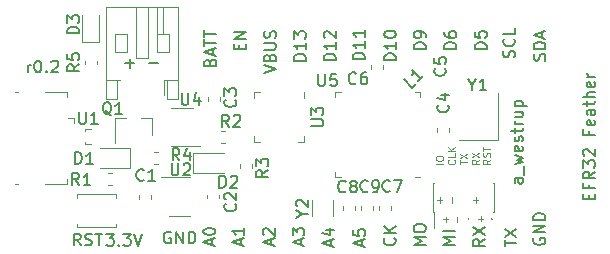
<source format=gbr>
G04 #@! TF.GenerationSoftware,KiCad,Pcbnew,5.1.2-f72e74a~84~ubuntu19.04.1*
G04 #@! TF.CreationDate,2019-06-07T10:09:53+02:00*
G04 #@! TF.ProjectId,efr32_feather,65667233-325f-4666-9561-746865722e6b,0.2*
G04 #@! TF.SameCoordinates,Original*
G04 #@! TF.FileFunction,Legend,Top*
G04 #@! TF.FilePolarity,Positive*
%FSLAX46Y46*%
G04 Gerber Fmt 4.6, Leading zero omitted, Abs format (unit mm)*
G04 Created by KiCad (PCBNEW 5.1.2-f72e74a~84~ubuntu19.04.1) date 2019-06-07 10:09:53*
%MOMM*%
%LPD*%
G04 APERTURE LIST*
%ADD10C,0.100000*%
%ADD11C,0.150000*%
%ADD12C,0.120000*%
G04 APERTURE END LIST*
D10*
X185126285Y-146621500D02*
X185154857Y-146592928D01*
X185183428Y-146621500D01*
X185154857Y-146650071D01*
X185126285Y-146621500D01*
X185183428Y-146621500D01*
X187094785Y-146621500D02*
X187123357Y-146592928D01*
X187151928Y-146621500D01*
X187123357Y-146650071D01*
X187094785Y-146621500D01*
X187151928Y-146621500D01*
X184192857Y-146913571D02*
X184192857Y-146456428D01*
X186224857Y-146850071D02*
X186224857Y-146392928D01*
X186453428Y-146621500D02*
X185996285Y-146621500D01*
X183240357Y-146913571D02*
X183240357Y-146456428D01*
X183468928Y-146685000D02*
X183011785Y-146685000D01*
X182732357Y-145262571D02*
X182732357Y-144805428D01*
X182960928Y-145034000D02*
X182503785Y-145034000D01*
X183748357Y-145262571D02*
X183748357Y-144805428D01*
X185780357Y-145262571D02*
X185780357Y-144805428D01*
X186008928Y-145034000D02*
X185551785Y-145034000D01*
X187024928Y-141616071D02*
X186739214Y-141816071D01*
X187024928Y-141958928D02*
X186424928Y-141958928D01*
X186424928Y-141730357D01*
X186453500Y-141673214D01*
X186482071Y-141644642D01*
X186539214Y-141616071D01*
X186624928Y-141616071D01*
X186682071Y-141644642D01*
X186710642Y-141673214D01*
X186739214Y-141730357D01*
X186739214Y-141958928D01*
X186996357Y-141387500D02*
X187024928Y-141301785D01*
X187024928Y-141158928D01*
X186996357Y-141101785D01*
X186967785Y-141073214D01*
X186910642Y-141044642D01*
X186853500Y-141044642D01*
X186796357Y-141073214D01*
X186767785Y-141101785D01*
X186739214Y-141158928D01*
X186710642Y-141273214D01*
X186682071Y-141330357D01*
X186653500Y-141358928D01*
X186596357Y-141387500D01*
X186539214Y-141387500D01*
X186482071Y-141358928D01*
X186453500Y-141330357D01*
X186424928Y-141273214D01*
X186424928Y-141130357D01*
X186453500Y-141044642D01*
X186424928Y-140873214D02*
X186424928Y-140530357D01*
X187024928Y-140701785D02*
X186424928Y-140701785D01*
X186072428Y-141641500D02*
X185786714Y-141841500D01*
X186072428Y-141984357D02*
X185472428Y-141984357D01*
X185472428Y-141755785D01*
X185501000Y-141698642D01*
X185529571Y-141670071D01*
X185586714Y-141641500D01*
X185672428Y-141641500D01*
X185729571Y-141670071D01*
X185758142Y-141698642D01*
X185786714Y-141755785D01*
X185786714Y-141984357D01*
X185472428Y-141441500D02*
X186072428Y-141041500D01*
X185472428Y-141041500D02*
X186072428Y-141441500D01*
X184456428Y-141998642D02*
X184456428Y-141655785D01*
X185056428Y-141827214D02*
X184456428Y-141827214D01*
X184456428Y-141512928D02*
X185056428Y-141112928D01*
X184456428Y-141112928D02*
X185056428Y-141512928D01*
X183983285Y-141644642D02*
X184011857Y-141673214D01*
X184040428Y-141758928D01*
X184040428Y-141816071D01*
X184011857Y-141901785D01*
X183954714Y-141958928D01*
X183897571Y-141987500D01*
X183783285Y-142016071D01*
X183697571Y-142016071D01*
X183583285Y-141987500D01*
X183526142Y-141958928D01*
X183469000Y-141901785D01*
X183440428Y-141816071D01*
X183440428Y-141758928D01*
X183469000Y-141673214D01*
X183497571Y-141644642D01*
X184040428Y-141101785D02*
X184040428Y-141387500D01*
X183440428Y-141387500D01*
X184040428Y-140901785D02*
X183440428Y-140901785D01*
X184040428Y-140558928D02*
X183697571Y-140816071D01*
X183440428Y-140558928D02*
X183783285Y-140901785D01*
X183024428Y-141982785D02*
X182424428Y-141982785D01*
X182424428Y-141582785D02*
X182424428Y-141468500D01*
X182453000Y-141411357D01*
X182510142Y-141354214D01*
X182624428Y-141325642D01*
X182824428Y-141325642D01*
X182938714Y-141354214D01*
X182995857Y-141411357D01*
X183024428Y-141468500D01*
X183024428Y-141582785D01*
X182995857Y-141639928D01*
X182938714Y-141697071D01*
X182824428Y-141725642D01*
X182624428Y-141725642D01*
X182510142Y-141697071D01*
X182453000Y-141639928D01*
X182424428Y-141582785D01*
D11*
X158178547Y-133484928D02*
X158940452Y-133484928D01*
X156146547Y-133484928D02*
X156908452Y-133484928D01*
X156527500Y-133865880D02*
X156527500Y-133103976D01*
X147868095Y-134242380D02*
X147868095Y-133575714D01*
X147868095Y-133766190D02*
X147915714Y-133670952D01*
X147963333Y-133623333D01*
X148058571Y-133575714D01*
X148153809Y-133575714D01*
X148677619Y-133242380D02*
X148772857Y-133242380D01*
X148868095Y-133290000D01*
X148915714Y-133337619D01*
X148963333Y-133432857D01*
X149010952Y-133623333D01*
X149010952Y-133861428D01*
X148963333Y-134051904D01*
X148915714Y-134147142D01*
X148868095Y-134194761D01*
X148772857Y-134242380D01*
X148677619Y-134242380D01*
X148582380Y-134194761D01*
X148534761Y-134147142D01*
X148487142Y-134051904D01*
X148439523Y-133861428D01*
X148439523Y-133623333D01*
X148487142Y-133432857D01*
X148534761Y-133337619D01*
X148582380Y-133290000D01*
X148677619Y-133242380D01*
X149439523Y-134147142D02*
X149487142Y-134194761D01*
X149439523Y-134242380D01*
X149391904Y-134194761D01*
X149439523Y-134147142D01*
X149439523Y-134242380D01*
X149868095Y-133337619D02*
X149915714Y-133290000D01*
X150010952Y-133242380D01*
X150249047Y-133242380D01*
X150344285Y-133290000D01*
X150391904Y-133337619D01*
X150439523Y-133432857D01*
X150439523Y-133528095D01*
X150391904Y-133670952D01*
X149820476Y-134242380D01*
X150439523Y-134242380D01*
X152352380Y-148882380D02*
X152019047Y-148406190D01*
X151780952Y-148882380D02*
X151780952Y-147882380D01*
X152161904Y-147882380D01*
X152257142Y-147930000D01*
X152304761Y-147977619D01*
X152352380Y-148072857D01*
X152352380Y-148215714D01*
X152304761Y-148310952D01*
X152257142Y-148358571D01*
X152161904Y-148406190D01*
X151780952Y-148406190D01*
X152733333Y-148834761D02*
X152876190Y-148882380D01*
X153114285Y-148882380D01*
X153209523Y-148834761D01*
X153257142Y-148787142D01*
X153304761Y-148691904D01*
X153304761Y-148596666D01*
X153257142Y-148501428D01*
X153209523Y-148453809D01*
X153114285Y-148406190D01*
X152923809Y-148358571D01*
X152828571Y-148310952D01*
X152780952Y-148263333D01*
X152733333Y-148168095D01*
X152733333Y-148072857D01*
X152780952Y-147977619D01*
X152828571Y-147930000D01*
X152923809Y-147882380D01*
X153161904Y-147882380D01*
X153304761Y-147930000D01*
X153590476Y-147882380D02*
X154161904Y-147882380D01*
X153876190Y-148882380D02*
X153876190Y-147882380D01*
X154533809Y-147912380D02*
X155152857Y-147912380D01*
X154819523Y-148293333D01*
X154962380Y-148293333D01*
X155057619Y-148340952D01*
X155105238Y-148388571D01*
X155152857Y-148483809D01*
X155152857Y-148721904D01*
X155105238Y-148817142D01*
X155057619Y-148864761D01*
X154962380Y-148912380D01*
X154676666Y-148912380D01*
X154581428Y-148864761D01*
X154533809Y-148817142D01*
X155581428Y-148817142D02*
X155629047Y-148864761D01*
X155581428Y-148912380D01*
X155533809Y-148864761D01*
X155581428Y-148817142D01*
X155581428Y-148912380D01*
X155962380Y-147912380D02*
X156581428Y-147912380D01*
X156248095Y-148293333D01*
X156390952Y-148293333D01*
X156486190Y-148340952D01*
X156533809Y-148388571D01*
X156581428Y-148483809D01*
X156581428Y-148721904D01*
X156533809Y-148817142D01*
X156486190Y-148864761D01*
X156390952Y-148912380D01*
X156105238Y-148912380D01*
X156010000Y-148864761D01*
X155962380Y-148817142D01*
X156867142Y-147912380D02*
X157200476Y-148912380D01*
X157533809Y-147912380D01*
X159958095Y-147760000D02*
X159862857Y-147712380D01*
X159720000Y-147712380D01*
X159577142Y-147760000D01*
X159481904Y-147855238D01*
X159434285Y-147950476D01*
X159386666Y-148140952D01*
X159386666Y-148283809D01*
X159434285Y-148474285D01*
X159481904Y-148569523D01*
X159577142Y-148664761D01*
X159720000Y-148712380D01*
X159815238Y-148712380D01*
X159958095Y-148664761D01*
X160005714Y-148617142D01*
X160005714Y-148283809D01*
X159815238Y-148283809D01*
X160434285Y-148712380D02*
X160434285Y-147712380D01*
X161005714Y-148712380D01*
X161005714Y-147712380D01*
X161481904Y-148712380D02*
X161481904Y-147712380D01*
X161720000Y-147712380D01*
X161862857Y-147760000D01*
X161958095Y-147855238D01*
X162005714Y-147950476D01*
X162053333Y-148140952D01*
X162053333Y-148283809D01*
X162005714Y-148474285D01*
X161958095Y-148569523D01*
X161862857Y-148664761D01*
X161720000Y-148712380D01*
X161481904Y-148712380D01*
X163456666Y-148864285D02*
X163456666Y-148388095D01*
X163742380Y-148959523D02*
X162742380Y-148626190D01*
X163742380Y-148292857D01*
X162742380Y-147769047D02*
X162742380Y-147673809D01*
X162790000Y-147578571D01*
X162837619Y-147530952D01*
X162932857Y-147483333D01*
X163123333Y-147435714D01*
X163361428Y-147435714D01*
X163551904Y-147483333D01*
X163647142Y-147530952D01*
X163694761Y-147578571D01*
X163742380Y-147673809D01*
X163742380Y-147769047D01*
X163694761Y-147864285D01*
X163647142Y-147911904D01*
X163551904Y-147959523D01*
X163361428Y-148007142D01*
X163123333Y-148007142D01*
X162932857Y-147959523D01*
X162837619Y-147911904D01*
X162790000Y-147864285D01*
X162742380Y-147769047D01*
X165916666Y-148834285D02*
X165916666Y-148358095D01*
X166202380Y-148929523D02*
X165202380Y-148596190D01*
X166202380Y-148262857D01*
X166202380Y-147405714D02*
X166202380Y-147977142D01*
X166202380Y-147691428D02*
X165202380Y-147691428D01*
X165345238Y-147786666D01*
X165440476Y-147881904D01*
X165488095Y-147977142D01*
X168486666Y-148864285D02*
X168486666Y-148388095D01*
X168772380Y-148959523D02*
X167772380Y-148626190D01*
X168772380Y-148292857D01*
X167867619Y-148007142D02*
X167820000Y-147959523D01*
X167772380Y-147864285D01*
X167772380Y-147626190D01*
X167820000Y-147530952D01*
X167867619Y-147483333D01*
X167962857Y-147435714D01*
X168058095Y-147435714D01*
X168200952Y-147483333D01*
X168772380Y-148054761D01*
X168772380Y-147435714D01*
X171006666Y-148854285D02*
X171006666Y-148378095D01*
X171292380Y-148949523D02*
X170292380Y-148616190D01*
X171292380Y-148282857D01*
X170292380Y-148044761D02*
X170292380Y-147425714D01*
X170673333Y-147759047D01*
X170673333Y-147616190D01*
X170720952Y-147520952D01*
X170768571Y-147473333D01*
X170863809Y-147425714D01*
X171101904Y-147425714D01*
X171197142Y-147473333D01*
X171244761Y-147520952D01*
X171292380Y-147616190D01*
X171292380Y-147901904D01*
X171244761Y-147997142D01*
X171197142Y-148044761D01*
X173526666Y-148894285D02*
X173526666Y-148418095D01*
X173812380Y-148989523D02*
X172812380Y-148656190D01*
X173812380Y-148322857D01*
X173145714Y-147560952D02*
X173812380Y-147560952D01*
X172764761Y-147799047D02*
X173479047Y-148037142D01*
X173479047Y-147418095D01*
X176146666Y-148934285D02*
X176146666Y-148458095D01*
X176432380Y-149029523D02*
X175432380Y-148696190D01*
X176432380Y-148362857D01*
X175432380Y-147553333D02*
X175432380Y-148029523D01*
X175908571Y-148077142D01*
X175860952Y-148029523D01*
X175813333Y-147934285D01*
X175813333Y-147696190D01*
X175860952Y-147600952D01*
X175908571Y-147553333D01*
X176003809Y-147505714D01*
X176241904Y-147505714D01*
X176337142Y-147553333D01*
X176384761Y-147600952D01*
X176432380Y-147696190D01*
X176432380Y-147934285D01*
X176384761Y-148029523D01*
X176337142Y-148077142D01*
X178919142Y-148272476D02*
X178966761Y-148320095D01*
X179014380Y-148462952D01*
X179014380Y-148558190D01*
X178966761Y-148701047D01*
X178871523Y-148796285D01*
X178776285Y-148843904D01*
X178585809Y-148891523D01*
X178442952Y-148891523D01*
X178252476Y-148843904D01*
X178157238Y-148796285D01*
X178062000Y-148701047D01*
X178014380Y-148558190D01*
X178014380Y-148462952D01*
X178062000Y-148320095D01*
X178109619Y-148272476D01*
X179014380Y-147843904D02*
X178014380Y-147843904D01*
X179014380Y-147272476D02*
X178442952Y-147701047D01*
X178014380Y-147272476D02*
X178585809Y-147843904D01*
X181554380Y-148867142D02*
X180554380Y-148867142D01*
X181268666Y-148533809D01*
X180554380Y-148200476D01*
X181554380Y-148200476D01*
X180554380Y-147533809D02*
X180554380Y-147343333D01*
X180602000Y-147248095D01*
X180697238Y-147152857D01*
X180887714Y-147105238D01*
X181221047Y-147105238D01*
X181411523Y-147152857D01*
X181506761Y-147248095D01*
X181554380Y-147343333D01*
X181554380Y-147533809D01*
X181506761Y-147629047D01*
X181411523Y-147724285D01*
X181221047Y-147771904D01*
X180887714Y-147771904D01*
X180697238Y-147724285D01*
X180602000Y-147629047D01*
X180554380Y-147533809D01*
X184030880Y-148843928D02*
X183030880Y-148843928D01*
X183745166Y-148510595D01*
X183030880Y-148177261D01*
X184030880Y-148177261D01*
X184030880Y-147701071D02*
X183030880Y-147701071D01*
X186572380Y-148356666D02*
X186096190Y-148690000D01*
X186572380Y-148928095D02*
X185572380Y-148928095D01*
X185572380Y-148547142D01*
X185620000Y-148451904D01*
X185667619Y-148404285D01*
X185762857Y-148356666D01*
X185905714Y-148356666D01*
X186000952Y-148404285D01*
X186048571Y-148451904D01*
X186096190Y-148547142D01*
X186096190Y-148928095D01*
X185572380Y-148023333D02*
X186572380Y-147356666D01*
X185572380Y-147356666D02*
X186572380Y-148023333D01*
X188242380Y-148981904D02*
X188242380Y-148410476D01*
X189242380Y-148696190D02*
X188242380Y-148696190D01*
X188242380Y-148172380D02*
X189242380Y-147505714D01*
X188242380Y-147505714D02*
X189242380Y-148172380D01*
X190730000Y-148271904D02*
X190682380Y-148367142D01*
X190682380Y-148510000D01*
X190730000Y-148652857D01*
X190825238Y-148748095D01*
X190920476Y-148795714D01*
X191110952Y-148843333D01*
X191253809Y-148843333D01*
X191444285Y-148795714D01*
X191539523Y-148748095D01*
X191634761Y-148652857D01*
X191682380Y-148510000D01*
X191682380Y-148414761D01*
X191634761Y-148271904D01*
X191587142Y-148224285D01*
X191253809Y-148224285D01*
X191253809Y-148414761D01*
X191682380Y-147795714D02*
X190682380Y-147795714D01*
X191682380Y-147224285D01*
X190682380Y-147224285D01*
X191682380Y-146748095D02*
X190682380Y-146748095D01*
X190682380Y-146510000D01*
X190730000Y-146367142D01*
X190825238Y-146271904D01*
X190920476Y-146224285D01*
X191110952Y-146176666D01*
X191253809Y-146176666D01*
X191444285Y-146224285D01*
X191539523Y-146271904D01*
X191634761Y-146367142D01*
X191682380Y-146510000D01*
X191682380Y-146748095D01*
X191644761Y-133234285D02*
X191692380Y-133091428D01*
X191692380Y-132853333D01*
X191644761Y-132758095D01*
X191597142Y-132710476D01*
X191501904Y-132662857D01*
X191406666Y-132662857D01*
X191311428Y-132710476D01*
X191263809Y-132758095D01*
X191216190Y-132853333D01*
X191168571Y-133043809D01*
X191120952Y-133139047D01*
X191073333Y-133186666D01*
X190978095Y-133234285D01*
X190882857Y-133234285D01*
X190787619Y-133186666D01*
X190740000Y-133139047D01*
X190692380Y-133043809D01*
X190692380Y-132805714D01*
X190740000Y-132662857D01*
X191692380Y-132234285D02*
X190692380Y-132234285D01*
X190692380Y-131996190D01*
X190740000Y-131853333D01*
X190835238Y-131758095D01*
X190930476Y-131710476D01*
X191120952Y-131662857D01*
X191263809Y-131662857D01*
X191454285Y-131710476D01*
X191549523Y-131758095D01*
X191644761Y-131853333D01*
X191692380Y-131996190D01*
X191692380Y-132234285D01*
X191406666Y-131281904D02*
X191406666Y-130805714D01*
X191692380Y-131377142D02*
X190692380Y-131043809D01*
X191692380Y-130710476D01*
X189064761Y-132970476D02*
X189112380Y-132827619D01*
X189112380Y-132589523D01*
X189064761Y-132494285D01*
X189017142Y-132446666D01*
X188921904Y-132399047D01*
X188826666Y-132399047D01*
X188731428Y-132446666D01*
X188683809Y-132494285D01*
X188636190Y-132589523D01*
X188588571Y-132780000D01*
X188540952Y-132875238D01*
X188493333Y-132922857D01*
X188398095Y-132970476D01*
X188302857Y-132970476D01*
X188207619Y-132922857D01*
X188160000Y-132875238D01*
X188112380Y-132780000D01*
X188112380Y-132541904D01*
X188160000Y-132399047D01*
X189017142Y-131399047D02*
X189064761Y-131446666D01*
X189112380Y-131589523D01*
X189112380Y-131684761D01*
X189064761Y-131827619D01*
X188969523Y-131922857D01*
X188874285Y-131970476D01*
X188683809Y-132018095D01*
X188540952Y-132018095D01*
X188350476Y-131970476D01*
X188255238Y-131922857D01*
X188160000Y-131827619D01*
X188112380Y-131684761D01*
X188112380Y-131589523D01*
X188160000Y-131446666D01*
X188207619Y-131399047D01*
X189112380Y-130494285D02*
X189112380Y-130970476D01*
X188112380Y-130970476D01*
X186712380Y-132278095D02*
X185712380Y-132278095D01*
X185712380Y-132040000D01*
X185760000Y-131897142D01*
X185855238Y-131801904D01*
X185950476Y-131754285D01*
X186140952Y-131706666D01*
X186283809Y-131706666D01*
X186474285Y-131754285D01*
X186569523Y-131801904D01*
X186664761Y-131897142D01*
X186712380Y-132040000D01*
X186712380Y-132278095D01*
X185712380Y-130801904D02*
X185712380Y-131278095D01*
X186188571Y-131325714D01*
X186140952Y-131278095D01*
X186093333Y-131182857D01*
X186093333Y-130944761D01*
X186140952Y-130849523D01*
X186188571Y-130801904D01*
X186283809Y-130754285D01*
X186521904Y-130754285D01*
X186617142Y-130801904D01*
X186664761Y-130849523D01*
X186712380Y-130944761D01*
X186712380Y-131182857D01*
X186664761Y-131278095D01*
X186617142Y-131325714D01*
X184142380Y-132258095D02*
X183142380Y-132258095D01*
X183142380Y-132020000D01*
X183190000Y-131877142D01*
X183285238Y-131781904D01*
X183380476Y-131734285D01*
X183570952Y-131686666D01*
X183713809Y-131686666D01*
X183904285Y-131734285D01*
X183999523Y-131781904D01*
X184094761Y-131877142D01*
X184142380Y-132020000D01*
X184142380Y-132258095D01*
X183142380Y-130829523D02*
X183142380Y-131020000D01*
X183190000Y-131115238D01*
X183237619Y-131162857D01*
X183380476Y-131258095D01*
X183570952Y-131305714D01*
X183951904Y-131305714D01*
X184047142Y-131258095D01*
X184094761Y-131210476D01*
X184142380Y-131115238D01*
X184142380Y-130924761D01*
X184094761Y-130829523D01*
X184047142Y-130781904D01*
X183951904Y-130734285D01*
X183713809Y-130734285D01*
X183618571Y-130781904D01*
X183570952Y-130829523D01*
X183523333Y-130924761D01*
X183523333Y-131115238D01*
X183570952Y-131210476D01*
X183618571Y-131258095D01*
X183713809Y-131305714D01*
X181552380Y-132278095D02*
X180552380Y-132278095D01*
X180552380Y-132040000D01*
X180600000Y-131897142D01*
X180695238Y-131801904D01*
X180790476Y-131754285D01*
X180980952Y-131706666D01*
X181123809Y-131706666D01*
X181314285Y-131754285D01*
X181409523Y-131801904D01*
X181504761Y-131897142D01*
X181552380Y-132040000D01*
X181552380Y-132278095D01*
X181552380Y-131230476D02*
X181552380Y-131040000D01*
X181504761Y-130944761D01*
X181457142Y-130897142D01*
X181314285Y-130801904D01*
X181123809Y-130754285D01*
X180742857Y-130754285D01*
X180647619Y-130801904D01*
X180600000Y-130849523D01*
X180552380Y-130944761D01*
X180552380Y-131135238D01*
X180600000Y-131230476D01*
X180647619Y-131278095D01*
X180742857Y-131325714D01*
X180980952Y-131325714D01*
X181076190Y-131278095D01*
X181123809Y-131230476D01*
X181171428Y-131135238D01*
X181171428Y-130944761D01*
X181123809Y-130849523D01*
X181076190Y-130801904D01*
X180980952Y-130754285D01*
X179052380Y-133204285D02*
X178052380Y-133204285D01*
X178052380Y-132966190D01*
X178100000Y-132823333D01*
X178195238Y-132728095D01*
X178290476Y-132680476D01*
X178480952Y-132632857D01*
X178623809Y-132632857D01*
X178814285Y-132680476D01*
X178909523Y-132728095D01*
X179004761Y-132823333D01*
X179052380Y-132966190D01*
X179052380Y-133204285D01*
X179052380Y-131680476D02*
X179052380Y-132251904D01*
X179052380Y-131966190D02*
X178052380Y-131966190D01*
X178195238Y-132061428D01*
X178290476Y-132156666D01*
X178338095Y-132251904D01*
X178052380Y-131061428D02*
X178052380Y-130966190D01*
X178100000Y-130870952D01*
X178147619Y-130823333D01*
X178242857Y-130775714D01*
X178433333Y-130728095D01*
X178671428Y-130728095D01*
X178861904Y-130775714D01*
X178957142Y-130823333D01*
X179004761Y-130870952D01*
X179052380Y-130966190D01*
X179052380Y-131061428D01*
X179004761Y-131156666D01*
X178957142Y-131204285D01*
X178861904Y-131251904D01*
X178671428Y-131299523D01*
X178433333Y-131299523D01*
X178242857Y-131251904D01*
X178147619Y-131204285D01*
X178100000Y-131156666D01*
X178052380Y-131061428D01*
X176382380Y-133134285D02*
X175382380Y-133134285D01*
X175382380Y-132896190D01*
X175430000Y-132753333D01*
X175525238Y-132658095D01*
X175620476Y-132610476D01*
X175810952Y-132562857D01*
X175953809Y-132562857D01*
X176144285Y-132610476D01*
X176239523Y-132658095D01*
X176334761Y-132753333D01*
X176382380Y-132896190D01*
X176382380Y-133134285D01*
X176382380Y-131610476D02*
X176382380Y-132181904D01*
X176382380Y-131896190D02*
X175382380Y-131896190D01*
X175525238Y-131991428D01*
X175620476Y-132086666D01*
X175668095Y-132181904D01*
X176382380Y-130658095D02*
X176382380Y-131229523D01*
X176382380Y-130943809D02*
X175382380Y-130943809D01*
X175525238Y-131039047D01*
X175620476Y-131134285D01*
X175668095Y-131229523D01*
X173932380Y-133224285D02*
X172932380Y-133224285D01*
X172932380Y-132986190D01*
X172980000Y-132843333D01*
X173075238Y-132748095D01*
X173170476Y-132700476D01*
X173360952Y-132652857D01*
X173503809Y-132652857D01*
X173694285Y-132700476D01*
X173789523Y-132748095D01*
X173884761Y-132843333D01*
X173932380Y-132986190D01*
X173932380Y-133224285D01*
X173932380Y-131700476D02*
X173932380Y-132271904D01*
X173932380Y-131986190D02*
X172932380Y-131986190D01*
X173075238Y-132081428D01*
X173170476Y-132176666D01*
X173218095Y-132271904D01*
X173027619Y-131319523D02*
X172980000Y-131271904D01*
X172932380Y-131176666D01*
X172932380Y-130938571D01*
X172980000Y-130843333D01*
X173027619Y-130795714D01*
X173122857Y-130748095D01*
X173218095Y-130748095D01*
X173360952Y-130795714D01*
X173932380Y-131367142D01*
X173932380Y-130748095D01*
X171402380Y-133234285D02*
X170402380Y-133234285D01*
X170402380Y-132996190D01*
X170450000Y-132853333D01*
X170545238Y-132758095D01*
X170640476Y-132710476D01*
X170830952Y-132662857D01*
X170973809Y-132662857D01*
X171164285Y-132710476D01*
X171259523Y-132758095D01*
X171354761Y-132853333D01*
X171402380Y-132996190D01*
X171402380Y-133234285D01*
X171402380Y-131710476D02*
X171402380Y-132281904D01*
X171402380Y-131996190D02*
X170402380Y-131996190D01*
X170545238Y-132091428D01*
X170640476Y-132186666D01*
X170688095Y-132281904D01*
X170402380Y-131377142D02*
X170402380Y-130758095D01*
X170783333Y-131091428D01*
X170783333Y-130948571D01*
X170830952Y-130853333D01*
X170878571Y-130805714D01*
X170973809Y-130758095D01*
X171211904Y-130758095D01*
X171307142Y-130805714D01*
X171354761Y-130853333D01*
X171402380Y-130948571D01*
X171402380Y-131234285D01*
X171354761Y-131329523D01*
X171307142Y-131377142D01*
X167882380Y-134313333D02*
X168882380Y-133980000D01*
X167882380Y-133646666D01*
X168358571Y-132980000D02*
X168406190Y-132837142D01*
X168453809Y-132789523D01*
X168549047Y-132741904D01*
X168691904Y-132741904D01*
X168787142Y-132789523D01*
X168834761Y-132837142D01*
X168882380Y-132932380D01*
X168882380Y-133313333D01*
X167882380Y-133313333D01*
X167882380Y-132980000D01*
X167930000Y-132884761D01*
X167977619Y-132837142D01*
X168072857Y-132789523D01*
X168168095Y-132789523D01*
X168263333Y-132837142D01*
X168310952Y-132884761D01*
X168358571Y-132980000D01*
X168358571Y-133313333D01*
X167882380Y-132313333D02*
X168691904Y-132313333D01*
X168787142Y-132265714D01*
X168834761Y-132218095D01*
X168882380Y-132122857D01*
X168882380Y-131932380D01*
X168834761Y-131837142D01*
X168787142Y-131789523D01*
X168691904Y-131741904D01*
X167882380Y-131741904D01*
X168834761Y-131313333D02*
X168882380Y-131170476D01*
X168882380Y-130932380D01*
X168834761Y-130837142D01*
X168787142Y-130789523D01*
X168691904Y-130741904D01*
X168596666Y-130741904D01*
X168501428Y-130789523D01*
X168453809Y-130837142D01*
X168406190Y-130932380D01*
X168358571Y-131122857D01*
X168310952Y-131218095D01*
X168263333Y-131265714D01*
X168168095Y-131313333D01*
X168072857Y-131313333D01*
X167977619Y-131265714D01*
X167930000Y-131218095D01*
X167882380Y-131122857D01*
X167882380Y-130884761D01*
X167930000Y-130741904D01*
X165798571Y-132278095D02*
X165798571Y-131944761D01*
X166322380Y-131801904D02*
X166322380Y-132278095D01*
X165322380Y-132278095D01*
X165322380Y-131801904D01*
X166322380Y-131373333D02*
X165322380Y-131373333D01*
X166322380Y-130801904D01*
X165322380Y-130801904D01*
X163298571Y-133389047D02*
X163346190Y-133246190D01*
X163393809Y-133198571D01*
X163489047Y-133150952D01*
X163631904Y-133150952D01*
X163727142Y-133198571D01*
X163774761Y-133246190D01*
X163822380Y-133341428D01*
X163822380Y-133722380D01*
X162822380Y-133722380D01*
X162822380Y-133389047D01*
X162870000Y-133293809D01*
X162917619Y-133246190D01*
X163012857Y-133198571D01*
X163108095Y-133198571D01*
X163203333Y-133246190D01*
X163250952Y-133293809D01*
X163298571Y-133389047D01*
X163298571Y-133722380D01*
X163536666Y-132770000D02*
X163536666Y-132293809D01*
X163822380Y-132865238D02*
X162822380Y-132531904D01*
X163822380Y-132198571D01*
X162822380Y-132008095D02*
X162822380Y-131436666D01*
X163822380Y-131722380D02*
X162822380Y-131722380D01*
X162822380Y-131246190D02*
X162822380Y-130674761D01*
X163822380Y-130960476D02*
X162822380Y-130960476D01*
X189772380Y-143173809D02*
X189248571Y-143173809D01*
X189153333Y-143221428D01*
X189105714Y-143316666D01*
X189105714Y-143507142D01*
X189153333Y-143602380D01*
X189724761Y-143173809D02*
X189772380Y-143269047D01*
X189772380Y-143507142D01*
X189724761Y-143602380D01*
X189629523Y-143650000D01*
X189534285Y-143650000D01*
X189439047Y-143602380D01*
X189391428Y-143507142D01*
X189391428Y-143269047D01*
X189343809Y-143173809D01*
X189867619Y-142935714D02*
X189867619Y-142173809D01*
X189105714Y-142030952D02*
X189772380Y-141840476D01*
X189296190Y-141650000D01*
X189772380Y-141459523D01*
X189105714Y-141269047D01*
X189724761Y-140507142D02*
X189772380Y-140602380D01*
X189772380Y-140792857D01*
X189724761Y-140888095D01*
X189629523Y-140935714D01*
X189248571Y-140935714D01*
X189153333Y-140888095D01*
X189105714Y-140792857D01*
X189105714Y-140602380D01*
X189153333Y-140507142D01*
X189248571Y-140459523D01*
X189343809Y-140459523D01*
X189439047Y-140935714D01*
X189724761Y-140078571D02*
X189772380Y-139983333D01*
X189772380Y-139792857D01*
X189724761Y-139697619D01*
X189629523Y-139650000D01*
X189581904Y-139650000D01*
X189486666Y-139697619D01*
X189439047Y-139792857D01*
X189439047Y-139935714D01*
X189391428Y-140030952D01*
X189296190Y-140078571D01*
X189248571Y-140078571D01*
X189153333Y-140030952D01*
X189105714Y-139935714D01*
X189105714Y-139792857D01*
X189153333Y-139697619D01*
X189105714Y-139364285D02*
X189105714Y-138983333D01*
X188772380Y-139221428D02*
X189629523Y-139221428D01*
X189724761Y-139173809D01*
X189772380Y-139078571D01*
X189772380Y-138983333D01*
X189772380Y-138650000D02*
X189105714Y-138650000D01*
X189296190Y-138650000D02*
X189200952Y-138602380D01*
X189153333Y-138554761D01*
X189105714Y-138459523D01*
X189105714Y-138364285D01*
X189105714Y-137602380D02*
X189772380Y-137602380D01*
X189105714Y-138030952D02*
X189629523Y-138030952D01*
X189724761Y-137983333D01*
X189772380Y-137888095D01*
X189772380Y-137745238D01*
X189724761Y-137650000D01*
X189677142Y-137602380D01*
X189105714Y-137126190D02*
X190105714Y-137126190D01*
X189153333Y-137126190D02*
X189105714Y-137030952D01*
X189105714Y-136840476D01*
X189153333Y-136745238D01*
X189200952Y-136697619D01*
X189296190Y-136650000D01*
X189581904Y-136650000D01*
X189677142Y-136697619D01*
X189724761Y-136745238D01*
X189772380Y-136840476D01*
X189772380Y-137030952D01*
X189724761Y-137126190D01*
X195378571Y-144971904D02*
X195378571Y-144638571D01*
X195902380Y-144495714D02*
X195902380Y-144971904D01*
X194902380Y-144971904D01*
X194902380Y-144495714D01*
X195378571Y-143733809D02*
X195378571Y-144067142D01*
X195902380Y-144067142D02*
X194902380Y-144067142D01*
X194902380Y-143590952D01*
X195902380Y-142638571D02*
X195426190Y-142971904D01*
X195902380Y-143210000D02*
X194902380Y-143210000D01*
X194902380Y-142829047D01*
X194950000Y-142733809D01*
X194997619Y-142686190D01*
X195092857Y-142638571D01*
X195235714Y-142638571D01*
X195330952Y-142686190D01*
X195378571Y-142733809D01*
X195426190Y-142829047D01*
X195426190Y-143210000D01*
X194902380Y-142305238D02*
X194902380Y-141686190D01*
X195283333Y-142019523D01*
X195283333Y-141876666D01*
X195330952Y-141781428D01*
X195378571Y-141733809D01*
X195473809Y-141686190D01*
X195711904Y-141686190D01*
X195807142Y-141733809D01*
X195854761Y-141781428D01*
X195902380Y-141876666D01*
X195902380Y-142162380D01*
X195854761Y-142257619D01*
X195807142Y-142305238D01*
X194997619Y-141305238D02*
X194950000Y-141257619D01*
X194902380Y-141162380D01*
X194902380Y-140924285D01*
X194950000Y-140829047D01*
X194997619Y-140781428D01*
X195092857Y-140733809D01*
X195188095Y-140733809D01*
X195330952Y-140781428D01*
X195902380Y-141352857D01*
X195902380Y-140733809D01*
X195378571Y-139210000D02*
X195378571Y-139543333D01*
X195902380Y-139543333D02*
X194902380Y-139543333D01*
X194902380Y-139067142D01*
X195854761Y-138305238D02*
X195902380Y-138400476D01*
X195902380Y-138590952D01*
X195854761Y-138686190D01*
X195759523Y-138733809D01*
X195378571Y-138733809D01*
X195283333Y-138686190D01*
X195235714Y-138590952D01*
X195235714Y-138400476D01*
X195283333Y-138305238D01*
X195378571Y-138257619D01*
X195473809Y-138257619D01*
X195569047Y-138733809D01*
X195902380Y-137400476D02*
X195378571Y-137400476D01*
X195283333Y-137448095D01*
X195235714Y-137543333D01*
X195235714Y-137733809D01*
X195283333Y-137829047D01*
X195854761Y-137400476D02*
X195902380Y-137495714D01*
X195902380Y-137733809D01*
X195854761Y-137829047D01*
X195759523Y-137876666D01*
X195664285Y-137876666D01*
X195569047Y-137829047D01*
X195521428Y-137733809D01*
X195521428Y-137495714D01*
X195473809Y-137400476D01*
X195235714Y-137067142D02*
X195235714Y-136686190D01*
X194902380Y-136924285D02*
X195759523Y-136924285D01*
X195854761Y-136876666D01*
X195902380Y-136781428D01*
X195902380Y-136686190D01*
X195902380Y-136352857D02*
X194902380Y-136352857D01*
X195902380Y-135924285D02*
X195378571Y-135924285D01*
X195283333Y-135971904D01*
X195235714Y-136067142D01*
X195235714Y-136210000D01*
X195283333Y-136305238D01*
X195330952Y-136352857D01*
X195854761Y-135067142D02*
X195902380Y-135162380D01*
X195902380Y-135352857D01*
X195854761Y-135448095D01*
X195759523Y-135495714D01*
X195378571Y-135495714D01*
X195283333Y-135448095D01*
X195235714Y-135352857D01*
X195235714Y-135162380D01*
X195283333Y-135067142D01*
X195378571Y-135019523D01*
X195473809Y-135019523D01*
X195569047Y-135495714D01*
X195902380Y-134590952D02*
X195235714Y-134590952D01*
X195426190Y-134590952D02*
X195330952Y-134543333D01*
X195283333Y-134495714D01*
X195235714Y-134400476D01*
X195235714Y-134305238D01*
D12*
X153260000Y-140300000D02*
X152710000Y-140300000D01*
X152710000Y-140300000D02*
X152710000Y-140100000D01*
X153260000Y-139000000D02*
X152710000Y-139000000D01*
X152710000Y-139000000D02*
X152710000Y-139200000D01*
X171240000Y-136395000D02*
X171240000Y-135920000D01*
X167020000Y-140140000D02*
X167495000Y-140140000D01*
X167020000Y-139665000D02*
X167020000Y-140140000D01*
X167020000Y-135920000D02*
X167495000Y-135920000D01*
X167020000Y-136395000D02*
X167020000Y-135920000D01*
X171240000Y-140140000D02*
X170765000Y-140140000D01*
X171240000Y-139665000D02*
X171240000Y-140140000D01*
X155370000Y-144570000D02*
X155370000Y-144870000D01*
X152070000Y-144570000D02*
X155370000Y-144570000D01*
X152070000Y-144870000D02*
X152070000Y-144570000D01*
X155370000Y-147370000D02*
X155370000Y-147070000D01*
X152070000Y-147370000D02*
X155370000Y-147370000D01*
X152070000Y-147070000D02*
X152070000Y-147370000D01*
X187260000Y-143615000D02*
X187310000Y-143615000D01*
X187260000Y-146035000D02*
X187310000Y-146035000D01*
X182190000Y-143615000D02*
X182240000Y-143615000D01*
X182190000Y-146035000D02*
X182240000Y-146035000D01*
X182240000Y-147415000D02*
X182240000Y-146035000D01*
X187310000Y-146035000D02*
X187310000Y-143615000D01*
X182190000Y-146035000D02*
X182190000Y-143615000D01*
X161900000Y-141050000D02*
X164450000Y-141050000D01*
X161900000Y-142750000D02*
X164450000Y-142750000D01*
X161900000Y-141050000D02*
X161900000Y-142750000D01*
X159410000Y-134910000D02*
X159410000Y-136125000D01*
X159350000Y-130950000D02*
X159350000Y-128690000D01*
X158850000Y-130950000D02*
X158850000Y-128690000D01*
X156250000Y-132550000D02*
X155250000Y-132550000D01*
X156250000Y-130950000D02*
X156250000Y-132550000D01*
X155250000Y-130950000D02*
X156250000Y-130950000D01*
X155250000Y-132550000D02*
X155250000Y-130950000D01*
X158850000Y-132550000D02*
X159850000Y-132550000D01*
X158850000Y-130950000D02*
X158850000Y-132550000D01*
X159850000Y-130950000D02*
X158850000Y-130950000D01*
X159850000Y-132550000D02*
X159850000Y-130950000D01*
X154490000Y-134910000D02*
X155410000Y-134910000D01*
X160610000Y-134910000D02*
X159690000Y-134910000D01*
X157050000Y-133050000D02*
X157050000Y-128690000D01*
X158050000Y-133050000D02*
X157050000Y-133050000D01*
X158050000Y-128690000D02*
X158050000Y-133050000D01*
X155410000Y-134910000D02*
X155690000Y-134910000D01*
X155410000Y-136510000D02*
X155410000Y-134910000D01*
X154490000Y-136510000D02*
X155410000Y-136510000D01*
X154490000Y-128690000D02*
X154490000Y-136510000D01*
X160610000Y-128690000D02*
X154490000Y-128690000D01*
X160610000Y-136510000D02*
X160610000Y-128690000D01*
X159690000Y-136510000D02*
X160610000Y-136510000D01*
X159690000Y-134910000D02*
X159690000Y-136510000D01*
X159410000Y-134910000D02*
X159690000Y-134910000D01*
X180635000Y-143110000D02*
X181110000Y-143110000D01*
X173890000Y-135890000D02*
X173890000Y-136365000D01*
X174365000Y-135890000D02*
X173890000Y-135890000D01*
X181110000Y-135890000D02*
X181110000Y-136365000D01*
X180635000Y-135890000D02*
X181110000Y-135890000D01*
X173890000Y-143110000D02*
X173890000Y-142635000D01*
X174365000Y-143110000D02*
X173890000Y-143110000D01*
X158390000Y-138070000D02*
X158390000Y-139530000D01*
X155230000Y-138070000D02*
X155230000Y-140230000D01*
X155230000Y-138070000D02*
X156160000Y-138070000D01*
X158390000Y-138070000D02*
X157460000Y-138070000D01*
X166890000Y-142312779D02*
X166890000Y-141987221D01*
X165870000Y-142312779D02*
X165870000Y-141987221D01*
X160020000Y-140490000D02*
X162470000Y-140490000D01*
X161820000Y-137270000D02*
X160020000Y-137270000D01*
X158862779Y-140990000D02*
X158537221Y-140990000D01*
X158862779Y-142010000D02*
X158537221Y-142010000D01*
X153710000Y-133562779D02*
X153710000Y-133237221D01*
X152690000Y-133562779D02*
X152690000Y-133237221D01*
X154637221Y-143810000D02*
X154962779Y-143810000D01*
X154637221Y-142790000D02*
X154962779Y-142790000D01*
X153935000Y-131685000D02*
X153935000Y-129400000D01*
X152465000Y-131685000D02*
X153935000Y-131685000D01*
X152465000Y-129400000D02*
X152465000Y-131685000D01*
X156500000Y-142350000D02*
X153950000Y-142350000D01*
X156500000Y-140650000D02*
X153950000Y-140650000D01*
X156500000Y-142350000D02*
X156500000Y-140650000D01*
X164180000Y-136672779D02*
X164180000Y-136347221D01*
X163160000Y-136672779D02*
X163160000Y-136347221D01*
X187650000Y-140000000D02*
X187650000Y-136000000D01*
X184350000Y-140000000D02*
X187650000Y-140000000D01*
X173675000Y-145025000D02*
X173675000Y-146375000D01*
X171925000Y-145025000D02*
X171925000Y-146375000D01*
X164237221Y-140260000D02*
X164562779Y-140260000D01*
X164237221Y-139240000D02*
X164562779Y-139240000D01*
X161600000Y-143140000D02*
X159150000Y-143140000D01*
X159800000Y-146360000D02*
X161600000Y-146360000D01*
X163040000Y-144587221D02*
X163040000Y-144912779D01*
X164060000Y-144587221D02*
X164060000Y-144912779D01*
X157290000Y-144637221D02*
X157290000Y-144962779D01*
X158310000Y-144637221D02*
X158310000Y-144962779D01*
X177990000Y-133962779D02*
X177990000Y-133637221D01*
X176970000Y-133962779D02*
X176970000Y-133637221D01*
X182490000Y-138937221D02*
X182490000Y-139262779D01*
X183510000Y-138937221D02*
X183510000Y-139262779D01*
X177110000Y-145872779D02*
X177110000Y-145547221D01*
X176090000Y-145872779D02*
X176090000Y-145547221D01*
X174590000Y-145537221D02*
X174590000Y-145862779D01*
X175610000Y-145537221D02*
X175610000Y-145862779D01*
X177590000Y-145537221D02*
X177590000Y-145862779D01*
X178610000Y-145537221D02*
X178610000Y-145862779D01*
X151762500Y-138100000D02*
X151312500Y-138100000D01*
X151762500Y-138100000D02*
X151762500Y-138550000D01*
X151212500Y-143700000D02*
X151212500Y-143250000D01*
X149362500Y-143700000D02*
X151212500Y-143700000D01*
X146812500Y-135900000D02*
X147062500Y-135900000D01*
X146812500Y-143700000D02*
X147062500Y-143700000D01*
X149362500Y-135900000D02*
X151212500Y-135900000D01*
X151212500Y-135900000D02*
X151212500Y-136350000D01*
D11*
X152218095Y-137602380D02*
X152218095Y-138411904D01*
X152265714Y-138507142D01*
X152313333Y-138554761D01*
X152408571Y-138602380D01*
X152599047Y-138602380D01*
X152694285Y-138554761D01*
X152741904Y-138507142D01*
X152789523Y-138411904D01*
X152789523Y-137602380D01*
X153789523Y-138602380D02*
X153218095Y-138602380D01*
X153503809Y-138602380D02*
X153503809Y-137602380D01*
X153408571Y-137745238D01*
X153313333Y-137840476D01*
X153218095Y-137888095D01*
X171882380Y-138791904D02*
X172691904Y-138791904D01*
X172787142Y-138744285D01*
X172834761Y-138696666D01*
X172882380Y-138601428D01*
X172882380Y-138410952D01*
X172834761Y-138315714D01*
X172787142Y-138268095D01*
X172691904Y-138220476D01*
X171882380Y-138220476D01*
X171882380Y-137839523D02*
X171882380Y-137220476D01*
X172263333Y-137553809D01*
X172263333Y-137410952D01*
X172310952Y-137315714D01*
X172358571Y-137268095D01*
X172453809Y-137220476D01*
X172691904Y-137220476D01*
X172787142Y-137268095D01*
X172834761Y-137315714D01*
X172882380Y-137410952D01*
X172882380Y-137696666D01*
X172834761Y-137791904D01*
X172787142Y-137839523D01*
X180734345Y-135186547D02*
X180397627Y-135523265D01*
X179690521Y-134816158D01*
X181340437Y-134580456D02*
X180936376Y-134984517D01*
X181138406Y-134782486D02*
X180431299Y-134075379D01*
X180464971Y-134243738D01*
X180464971Y-134378425D01*
X180431299Y-134479440D01*
X183173642Y-133897666D02*
X183221261Y-133945285D01*
X183268880Y-134088142D01*
X183268880Y-134183380D01*
X183221261Y-134326238D01*
X183126023Y-134421476D01*
X183030785Y-134469095D01*
X182840309Y-134516714D01*
X182697452Y-134516714D01*
X182506976Y-134469095D01*
X182411738Y-134421476D01*
X182316500Y-134326238D01*
X182268880Y-134183380D01*
X182268880Y-134088142D01*
X182316500Y-133945285D01*
X182364119Y-133897666D01*
X182268880Y-132992904D02*
X182268880Y-133469095D01*
X182745071Y-133516714D01*
X182697452Y-133469095D01*
X182649833Y-133373857D01*
X182649833Y-133135761D01*
X182697452Y-133040523D01*
X182745071Y-132992904D01*
X182840309Y-132945285D01*
X183078404Y-132945285D01*
X183173642Y-132992904D01*
X183221261Y-133040523D01*
X183268880Y-133135761D01*
X183268880Y-133373857D01*
X183221261Y-133469095D01*
X183173642Y-133516714D01*
X164101904Y-143992380D02*
X164101904Y-142992380D01*
X164340000Y-142992380D01*
X164482857Y-143040000D01*
X164578095Y-143135238D01*
X164625714Y-143230476D01*
X164673333Y-143420952D01*
X164673333Y-143563809D01*
X164625714Y-143754285D01*
X164578095Y-143849523D01*
X164482857Y-143944761D01*
X164340000Y-143992380D01*
X164101904Y-143992380D01*
X165054285Y-143087619D02*
X165101904Y-143040000D01*
X165197142Y-142992380D01*
X165435238Y-142992380D01*
X165530476Y-143040000D01*
X165578095Y-143087619D01*
X165625714Y-143182857D01*
X165625714Y-143278095D01*
X165578095Y-143420952D01*
X165006666Y-143992380D01*
X165625714Y-143992380D01*
X172466095Y-134389880D02*
X172466095Y-135199404D01*
X172513714Y-135294642D01*
X172561333Y-135342261D01*
X172656571Y-135389880D01*
X172847047Y-135389880D01*
X172942285Y-135342261D01*
X172989904Y-135294642D01*
X173037523Y-135199404D01*
X173037523Y-134389880D01*
X173989904Y-134389880D02*
X173513714Y-134389880D01*
X173466095Y-134866071D01*
X173513714Y-134818452D01*
X173608952Y-134770833D01*
X173847047Y-134770833D01*
X173942285Y-134818452D01*
X173989904Y-134866071D01*
X174037523Y-134961309D01*
X174037523Y-135199404D01*
X173989904Y-135294642D01*
X173942285Y-135342261D01*
X173847047Y-135389880D01*
X173608952Y-135389880D01*
X173513714Y-135342261D01*
X173466095Y-135294642D01*
X154954761Y-137857619D02*
X154859523Y-137810000D01*
X154764285Y-137714761D01*
X154621428Y-137571904D01*
X154526190Y-137524285D01*
X154430952Y-137524285D01*
X154478571Y-137762380D02*
X154383333Y-137714761D01*
X154288095Y-137619523D01*
X154240476Y-137429047D01*
X154240476Y-137095714D01*
X154288095Y-136905238D01*
X154383333Y-136810000D01*
X154478571Y-136762380D01*
X154669047Y-136762380D01*
X154764285Y-136810000D01*
X154859523Y-136905238D01*
X154907142Y-137095714D01*
X154907142Y-137429047D01*
X154859523Y-137619523D01*
X154764285Y-137714761D01*
X154669047Y-137762380D01*
X154478571Y-137762380D01*
X155859523Y-137762380D02*
X155288095Y-137762380D01*
X155573809Y-137762380D02*
X155573809Y-136762380D01*
X155478571Y-136905238D01*
X155383333Y-137000476D01*
X155288095Y-137048095D01*
X168222380Y-142516666D02*
X167746190Y-142850000D01*
X168222380Y-143088095D02*
X167222380Y-143088095D01*
X167222380Y-142707142D01*
X167270000Y-142611904D01*
X167317619Y-142564285D01*
X167412857Y-142516666D01*
X167555714Y-142516666D01*
X167650952Y-142564285D01*
X167698571Y-142611904D01*
X167746190Y-142707142D01*
X167746190Y-143088095D01*
X167222380Y-142183333D02*
X167222380Y-141564285D01*
X167603333Y-141897619D01*
X167603333Y-141754761D01*
X167650952Y-141659523D01*
X167698571Y-141611904D01*
X167793809Y-141564285D01*
X168031904Y-141564285D01*
X168127142Y-141611904D01*
X168174761Y-141659523D01*
X168222380Y-141754761D01*
X168222380Y-142040476D01*
X168174761Y-142135714D01*
X168127142Y-142183333D01*
X160908095Y-135982380D02*
X160908095Y-136791904D01*
X160955714Y-136887142D01*
X161003333Y-136934761D01*
X161098571Y-136982380D01*
X161289047Y-136982380D01*
X161384285Y-136934761D01*
X161431904Y-136887142D01*
X161479523Y-136791904D01*
X161479523Y-135982380D01*
X162384285Y-136315714D02*
X162384285Y-136982380D01*
X162146190Y-135934761D02*
X161908095Y-136649047D01*
X162527142Y-136649047D01*
X160713333Y-141682380D02*
X160380000Y-141206190D01*
X160141904Y-141682380D02*
X160141904Y-140682380D01*
X160522857Y-140682380D01*
X160618095Y-140730000D01*
X160665714Y-140777619D01*
X160713333Y-140872857D01*
X160713333Y-141015714D01*
X160665714Y-141110952D01*
X160618095Y-141158571D01*
X160522857Y-141206190D01*
X160141904Y-141206190D01*
X161570476Y-141015714D02*
X161570476Y-141682380D01*
X161332380Y-140634761D02*
X161094285Y-141349047D01*
X161713333Y-141349047D01*
X152222380Y-133566666D02*
X151746190Y-133900000D01*
X152222380Y-134138095D02*
X151222380Y-134138095D01*
X151222380Y-133757142D01*
X151270000Y-133661904D01*
X151317619Y-133614285D01*
X151412857Y-133566666D01*
X151555714Y-133566666D01*
X151650952Y-133614285D01*
X151698571Y-133661904D01*
X151746190Y-133757142D01*
X151746190Y-134138095D01*
X151222380Y-132661904D02*
X151222380Y-133138095D01*
X151698571Y-133185714D01*
X151650952Y-133138095D01*
X151603333Y-133042857D01*
X151603333Y-132804761D01*
X151650952Y-132709523D01*
X151698571Y-132661904D01*
X151793809Y-132614285D01*
X152031904Y-132614285D01*
X152127142Y-132661904D01*
X152174761Y-132709523D01*
X152222380Y-132804761D01*
X152222380Y-133042857D01*
X152174761Y-133138095D01*
X152127142Y-133185714D01*
X152213333Y-143772380D02*
X151880000Y-143296190D01*
X151641904Y-143772380D02*
X151641904Y-142772380D01*
X152022857Y-142772380D01*
X152118095Y-142820000D01*
X152165714Y-142867619D01*
X152213333Y-142962857D01*
X152213333Y-143105714D01*
X152165714Y-143200952D01*
X152118095Y-143248571D01*
X152022857Y-143296190D01*
X151641904Y-143296190D01*
X153165714Y-143772380D02*
X152594285Y-143772380D01*
X152880000Y-143772380D02*
X152880000Y-142772380D01*
X152784761Y-142915238D01*
X152689523Y-143010476D01*
X152594285Y-143058095D01*
X152222380Y-130938095D02*
X151222380Y-130938095D01*
X151222380Y-130700000D01*
X151270000Y-130557142D01*
X151365238Y-130461904D01*
X151460476Y-130414285D01*
X151650952Y-130366666D01*
X151793809Y-130366666D01*
X151984285Y-130414285D01*
X152079523Y-130461904D01*
X152174761Y-130557142D01*
X152222380Y-130700000D01*
X152222380Y-130938095D01*
X151222380Y-130033333D02*
X151222380Y-129414285D01*
X151603333Y-129747619D01*
X151603333Y-129604761D01*
X151650952Y-129509523D01*
X151698571Y-129461904D01*
X151793809Y-129414285D01*
X152031904Y-129414285D01*
X152127142Y-129461904D01*
X152174761Y-129509523D01*
X152222380Y-129604761D01*
X152222380Y-129890476D01*
X152174761Y-129985714D01*
X152127142Y-130033333D01*
X151871904Y-141992380D02*
X151871904Y-140992380D01*
X152110000Y-140992380D01*
X152252857Y-141040000D01*
X152348095Y-141135238D01*
X152395714Y-141230476D01*
X152443333Y-141420952D01*
X152443333Y-141563809D01*
X152395714Y-141754285D01*
X152348095Y-141849523D01*
X152252857Y-141944761D01*
X152110000Y-141992380D01*
X151871904Y-141992380D01*
X153395714Y-141992380D02*
X152824285Y-141992380D01*
X153110000Y-141992380D02*
X153110000Y-140992380D01*
X153014761Y-141135238D01*
X152919523Y-141230476D01*
X152824285Y-141278095D01*
X165427142Y-136536666D02*
X165474761Y-136584285D01*
X165522380Y-136727142D01*
X165522380Y-136822380D01*
X165474761Y-136965238D01*
X165379523Y-137060476D01*
X165284285Y-137108095D01*
X165093809Y-137155714D01*
X164950952Y-137155714D01*
X164760476Y-137108095D01*
X164665238Y-137060476D01*
X164570000Y-136965238D01*
X164522380Y-136822380D01*
X164522380Y-136727142D01*
X164570000Y-136584285D01*
X164617619Y-136536666D01*
X164522380Y-136203333D02*
X164522380Y-135584285D01*
X164903333Y-135917619D01*
X164903333Y-135774761D01*
X164950952Y-135679523D01*
X164998571Y-135631904D01*
X165093809Y-135584285D01*
X165331904Y-135584285D01*
X165427142Y-135631904D01*
X165474761Y-135679523D01*
X165522380Y-135774761D01*
X165522380Y-136060476D01*
X165474761Y-136155714D01*
X165427142Y-136203333D01*
X185515309Y-135294690D02*
X185515309Y-135770880D01*
X185181976Y-134770880D02*
X185515309Y-135294690D01*
X185848642Y-134770880D01*
X186705785Y-135770880D02*
X186134357Y-135770880D01*
X186420071Y-135770880D02*
X186420071Y-134770880D01*
X186324833Y-134913738D01*
X186229595Y-135008976D01*
X186134357Y-135056595D01*
X171116190Y-146196190D02*
X171592380Y-146196190D01*
X170592380Y-146529523D02*
X171116190Y-146196190D01*
X170592380Y-145862857D01*
X170687619Y-145577142D02*
X170640000Y-145529523D01*
X170592380Y-145434285D01*
X170592380Y-145196190D01*
X170640000Y-145100952D01*
X170687619Y-145053333D01*
X170782857Y-145005714D01*
X170878095Y-145005714D01*
X171020952Y-145053333D01*
X171592380Y-145624761D01*
X171592380Y-145005714D01*
X164913333Y-138842380D02*
X164580000Y-138366190D01*
X164341904Y-138842380D02*
X164341904Y-137842380D01*
X164722857Y-137842380D01*
X164818095Y-137890000D01*
X164865714Y-137937619D01*
X164913333Y-138032857D01*
X164913333Y-138175714D01*
X164865714Y-138270952D01*
X164818095Y-138318571D01*
X164722857Y-138366190D01*
X164341904Y-138366190D01*
X165294285Y-137937619D02*
X165341904Y-137890000D01*
X165437142Y-137842380D01*
X165675238Y-137842380D01*
X165770476Y-137890000D01*
X165818095Y-137937619D01*
X165865714Y-138032857D01*
X165865714Y-138128095D01*
X165818095Y-138270952D01*
X165246666Y-138842380D01*
X165865714Y-138842380D01*
X160058095Y-141952380D02*
X160058095Y-142761904D01*
X160105714Y-142857142D01*
X160153333Y-142904761D01*
X160248571Y-142952380D01*
X160439047Y-142952380D01*
X160534285Y-142904761D01*
X160581904Y-142857142D01*
X160629523Y-142761904D01*
X160629523Y-141952380D01*
X161058095Y-142047619D02*
X161105714Y-142000000D01*
X161200952Y-141952380D01*
X161439047Y-141952380D01*
X161534285Y-142000000D01*
X161581904Y-142047619D01*
X161629523Y-142142857D01*
X161629523Y-142238095D01*
X161581904Y-142380952D01*
X161010476Y-142952380D01*
X161629523Y-142952380D01*
X165427142Y-145366666D02*
X165474761Y-145414285D01*
X165522380Y-145557142D01*
X165522380Y-145652380D01*
X165474761Y-145795238D01*
X165379523Y-145890476D01*
X165284285Y-145938095D01*
X165093809Y-145985714D01*
X164950952Y-145985714D01*
X164760476Y-145938095D01*
X164665238Y-145890476D01*
X164570000Y-145795238D01*
X164522380Y-145652380D01*
X164522380Y-145557142D01*
X164570000Y-145414285D01*
X164617619Y-145366666D01*
X164617619Y-144985714D02*
X164570000Y-144938095D01*
X164522380Y-144842857D01*
X164522380Y-144604761D01*
X164570000Y-144509523D01*
X164617619Y-144461904D01*
X164712857Y-144414285D01*
X164808095Y-144414285D01*
X164950952Y-144461904D01*
X165522380Y-145033333D01*
X165522380Y-144414285D01*
X157693333Y-143327142D02*
X157645714Y-143374761D01*
X157502857Y-143422380D01*
X157407619Y-143422380D01*
X157264761Y-143374761D01*
X157169523Y-143279523D01*
X157121904Y-143184285D01*
X157074285Y-142993809D01*
X157074285Y-142850952D01*
X157121904Y-142660476D01*
X157169523Y-142565238D01*
X157264761Y-142470000D01*
X157407619Y-142422380D01*
X157502857Y-142422380D01*
X157645714Y-142470000D01*
X157693333Y-142517619D01*
X158645714Y-143422380D02*
X158074285Y-143422380D01*
X158360000Y-143422380D02*
X158360000Y-142422380D01*
X158264761Y-142565238D01*
X158169523Y-142660476D01*
X158074285Y-142708095D01*
X175664833Y-135147142D02*
X175617214Y-135194761D01*
X175474357Y-135242380D01*
X175379119Y-135242380D01*
X175236261Y-135194761D01*
X175141023Y-135099523D01*
X175093404Y-135004285D01*
X175045785Y-134813809D01*
X175045785Y-134670952D01*
X175093404Y-134480476D01*
X175141023Y-134385238D01*
X175236261Y-134290000D01*
X175379119Y-134242380D01*
X175474357Y-134242380D01*
X175617214Y-134290000D01*
X175664833Y-134337619D01*
X176521976Y-134242380D02*
X176331500Y-134242380D01*
X176236261Y-134290000D01*
X176188642Y-134337619D01*
X176093404Y-134480476D01*
X176045785Y-134670952D01*
X176045785Y-135051904D01*
X176093404Y-135147142D01*
X176141023Y-135194761D01*
X176236261Y-135242380D01*
X176426738Y-135242380D01*
X176521976Y-135194761D01*
X176569595Y-135147142D01*
X176617214Y-135051904D01*
X176617214Y-134813809D01*
X176569595Y-134718571D01*
X176521976Y-134670952D01*
X176426738Y-134623333D01*
X176236261Y-134623333D01*
X176141023Y-134670952D01*
X176093404Y-134718571D01*
X176045785Y-134813809D01*
X183437142Y-136996666D02*
X183484761Y-137044285D01*
X183532380Y-137187142D01*
X183532380Y-137282380D01*
X183484761Y-137425238D01*
X183389523Y-137520476D01*
X183294285Y-137568095D01*
X183103809Y-137615714D01*
X182960952Y-137615714D01*
X182770476Y-137568095D01*
X182675238Y-137520476D01*
X182580000Y-137425238D01*
X182532380Y-137282380D01*
X182532380Y-137187142D01*
X182580000Y-137044285D01*
X182627619Y-136996666D01*
X182865714Y-136139523D02*
X183532380Y-136139523D01*
X182484761Y-136377619D02*
X183199047Y-136615714D01*
X183199047Y-135996666D01*
X174775833Y-144311642D02*
X174728214Y-144359261D01*
X174585357Y-144406880D01*
X174490119Y-144406880D01*
X174347261Y-144359261D01*
X174252023Y-144264023D01*
X174204404Y-144168785D01*
X174156785Y-143978309D01*
X174156785Y-143835452D01*
X174204404Y-143644976D01*
X174252023Y-143549738D01*
X174347261Y-143454500D01*
X174490119Y-143406880D01*
X174585357Y-143406880D01*
X174728214Y-143454500D01*
X174775833Y-143502119D01*
X175347261Y-143835452D02*
X175252023Y-143787833D01*
X175204404Y-143740214D01*
X175156785Y-143644976D01*
X175156785Y-143597357D01*
X175204404Y-143502119D01*
X175252023Y-143454500D01*
X175347261Y-143406880D01*
X175537738Y-143406880D01*
X175632976Y-143454500D01*
X175680595Y-143502119D01*
X175728214Y-143597357D01*
X175728214Y-143644976D01*
X175680595Y-143740214D01*
X175632976Y-143787833D01*
X175537738Y-143835452D01*
X175347261Y-143835452D01*
X175252023Y-143883071D01*
X175204404Y-143930690D01*
X175156785Y-144025928D01*
X175156785Y-144216404D01*
X175204404Y-144311642D01*
X175252023Y-144359261D01*
X175347261Y-144406880D01*
X175537738Y-144406880D01*
X175632976Y-144359261D01*
X175680595Y-144311642D01*
X175728214Y-144216404D01*
X175728214Y-144025928D01*
X175680595Y-143930690D01*
X175632976Y-143883071D01*
X175537738Y-143835452D01*
X176653333Y-144287142D02*
X176605714Y-144334761D01*
X176462857Y-144382380D01*
X176367619Y-144382380D01*
X176224761Y-144334761D01*
X176129523Y-144239523D01*
X176081904Y-144144285D01*
X176034285Y-143953809D01*
X176034285Y-143810952D01*
X176081904Y-143620476D01*
X176129523Y-143525238D01*
X176224761Y-143430000D01*
X176367619Y-143382380D01*
X176462857Y-143382380D01*
X176605714Y-143430000D01*
X176653333Y-143477619D01*
X177129523Y-144382380D02*
X177320000Y-144382380D01*
X177415238Y-144334761D01*
X177462857Y-144287142D01*
X177558095Y-144144285D01*
X177605714Y-143953809D01*
X177605714Y-143572857D01*
X177558095Y-143477619D01*
X177510476Y-143430000D01*
X177415238Y-143382380D01*
X177224761Y-143382380D01*
X177129523Y-143430000D01*
X177081904Y-143477619D01*
X177034285Y-143572857D01*
X177034285Y-143810952D01*
X177081904Y-143906190D01*
X177129523Y-143953809D01*
X177224761Y-144001428D01*
X177415238Y-144001428D01*
X177510476Y-143953809D01*
X177558095Y-143906190D01*
X177605714Y-143810952D01*
X178523333Y-144277142D02*
X178475714Y-144324761D01*
X178332857Y-144372380D01*
X178237619Y-144372380D01*
X178094761Y-144324761D01*
X177999523Y-144229523D01*
X177951904Y-144134285D01*
X177904285Y-143943809D01*
X177904285Y-143800952D01*
X177951904Y-143610476D01*
X177999523Y-143515238D01*
X178094761Y-143420000D01*
X178237619Y-143372380D01*
X178332857Y-143372380D01*
X178475714Y-143420000D01*
X178523333Y-143467619D01*
X178856666Y-143372380D02*
X179523333Y-143372380D01*
X179094761Y-144372380D01*
M02*

</source>
